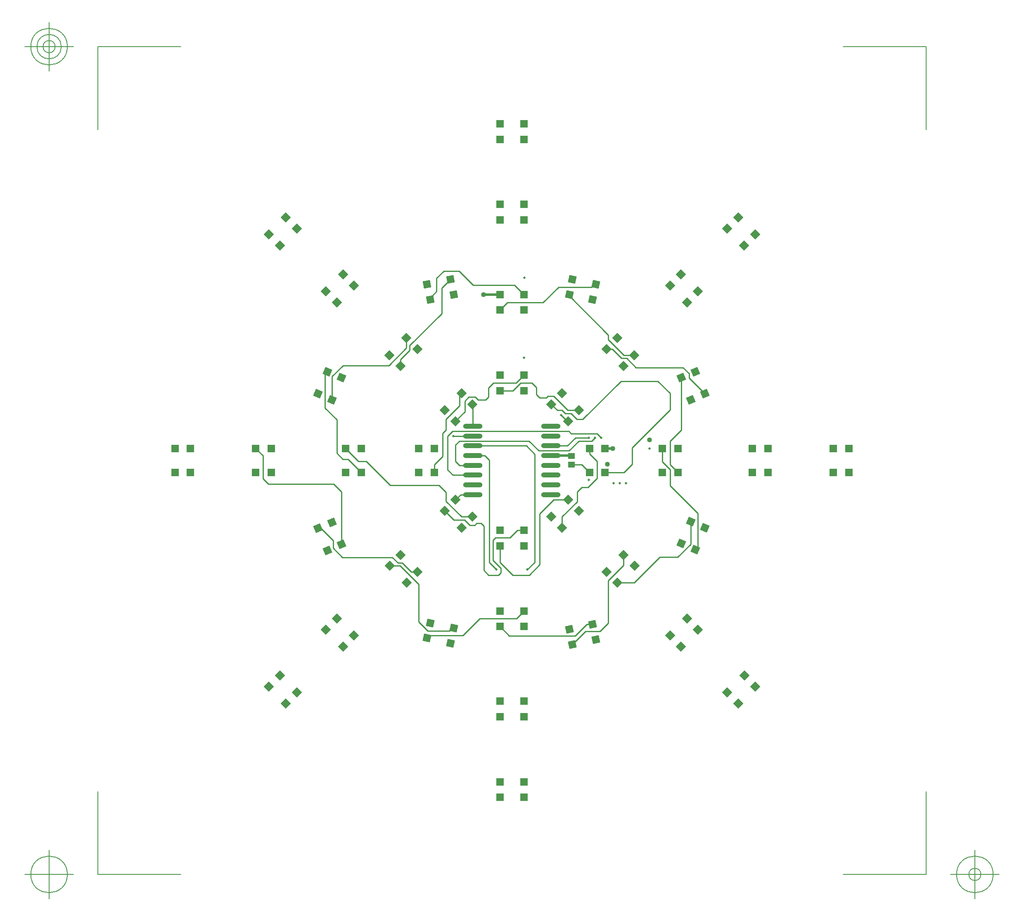
<source format=gbr>
G04 Generated by Ultiboard 14.1 *
%FSLAX24Y24*%
%MOIN*%

%ADD10C,0.0001*%
%ADD11C,0.0100*%
%ADD12C,0.0200*%
%ADD13C,0.0050*%
%ADD14R,0.0600X0.0600*%
%ADD15C,0.0200*%
%ADD16C,0.0400*%
%ADD17O,0.1575X0.0394*%
%ADD18P,0.0848X4X89*%
%ADD19R,0.0571X0.0453*%
%ADD20P,0.0848X4X33*%
%ADD21P,0.0848X4X57*%
%ADD22P,0.0848X4X68*%
%ADD23P,0.0848X4X22*%
%ADD24P,0.0848X4X56*%


G04 ColorRGB 1C1C1C for the following layer *
%LNCopper Top*%
%LPD*%
G54D10*
G54D11*
X27055Y32370D02*
X27055Y33005D01*
X27720Y33670D01*
X27720Y35520D01*
X28010Y35810D01*
X28010Y36660D01*
X28776Y36536D02*
X29520Y37280D01*
X29520Y38150D01*
X31440Y39200D02*
X31850Y39610D01*
X33680Y39610D01*
X34300Y40230D01*
X29520Y38150D02*
X29850Y38480D01*
X30360Y38480D01*
X30590Y38250D01*
X31210Y38250D01*
X31440Y38480D01*
X31440Y39200D01*
X29104Y37754D02*
X29104Y38608D01*
X29264Y38768D01*
X28010Y36660D02*
X29104Y37754D01*
X32360Y38980D02*
X33410Y38980D01*
X34040Y39610D01*
X37834Y37396D02*
X38748Y37396D01*
X36250Y38540D02*
X36690Y38540D01*
X37834Y37396D01*
X36100Y38390D02*
X36250Y38540D01*
X35290Y38670D02*
X35570Y38390D01*
X36100Y38390D01*
X34930Y39610D02*
X35290Y39250D01*
X35290Y38670D01*
X34040Y39610D02*
X34930Y39610D01*
X36492Y37884D02*
X36986Y37390D01*
X37370Y37390D01*
X37620Y37140D01*
X38090Y37140D01*
X38570Y36660D01*
X39040Y36660D01*
X43030Y33020D02*
X42380Y32370D01*
X40835Y32370D01*
X39040Y36660D02*
X42130Y39750D01*
X45110Y39750D01*
X46090Y38770D01*
X46090Y37430D02*
X43030Y34370D01*
X43030Y33020D01*
X46090Y38770D02*
X46090Y37430D01*
X39585Y34310D02*
X39585Y33875D01*
X40190Y33270D01*
X40190Y31890D01*
X39480Y31180D01*
X38960Y31180D01*
X38590Y30810D01*
X38590Y30000D01*
X37376Y28786D01*
X37376Y27902D01*
X37864Y30158D02*
X36688Y30158D01*
X35570Y29040D01*
X35570Y24920D01*
X30148Y28786D02*
X29254Y28786D01*
X21560Y33280D02*
X20940Y33280D01*
X19910Y34310D01*
X29254Y28786D02*
X28010Y30030D01*
X28010Y30760D01*
X23490Y31350D02*
X27420Y31350D01*
X23490Y31350D02*
X21560Y33280D01*
X27420Y31350D02*
X28010Y30760D01*
X32360Y25100D02*
X32360Y26440D01*
X34300Y27690D02*
X33770Y27690D01*
X33180Y27100D01*
X31990Y27100D01*
X31800Y26910D01*
X31800Y25270D01*
X32440Y24630D01*
X32440Y24270D01*
X32240Y24070D01*
X31450Y24070D01*
X31060Y24460D01*
X31060Y28050D01*
X30840Y28270D01*
X30480Y28270D01*
X29510Y28530D02*
X28636Y28530D01*
X27892Y29274D01*
X30320Y28110D02*
X29930Y28110D01*
X29510Y28530D01*
X30480Y28270D02*
X30320Y28110D01*
X34720Y24070D02*
X33390Y24070D01*
X35570Y24920D02*
X34720Y24070D01*
X33390Y24070D02*
X32360Y25100D01*
X38130Y32987D02*
X38968Y32987D01*
X39585Y32370D01*
X21160Y32370D02*
X20090Y33440D01*
X19680Y33440D01*
X19200Y33920D01*
X19200Y36620D01*
X18240Y37580D01*
X18240Y40333D01*
X18424Y40517D01*
X18816Y38243D02*
X18816Y40126D01*
X19700Y41010D01*
X23400Y41010D01*
X24814Y42424D01*
X24814Y43218D01*
X24326Y40962D02*
X24326Y41496D01*
X25080Y42250D01*
X25080Y42630D01*
X27660Y45210D01*
X27660Y47264D01*
X28369Y47973D01*
X26731Y46347D02*
X26731Y46481D01*
X27250Y47000D01*
X27250Y48070D01*
X27820Y48640D01*
X29060Y48640D01*
X30190Y47510D01*
X33540Y47510D01*
X34300Y46750D01*
X32360Y45500D02*
X32960Y46100D01*
X35850Y46100D01*
X37100Y47350D01*
X39740Y47350D02*
X39960Y47570D01*
X37100Y47350D02*
X39740Y47350D01*
X39960Y47570D02*
X40110Y47570D01*
X37952Y46750D02*
X37952Y46638D01*
X41110Y43480D01*
X41110Y43090D01*
X42354Y41846D01*
X43208Y41846D01*
X40952Y42334D02*
X41426Y42334D01*
X42170Y41590D01*
X42590Y41590D01*
X43330Y40850D01*
X47140Y40850D01*
X47620Y40370D01*
X47620Y40016D01*
X48904Y38731D01*
X46996Y35816D02*
X46090Y34910D01*
X46090Y33010D01*
X46730Y32370D01*
X45480Y34310D02*
X45480Y33230D01*
X46110Y32600D01*
X46110Y31290D01*
X48330Y29070D01*
X48330Y26315D01*
X48146Y26131D01*
X47754Y28405D02*
X47754Y26584D01*
X42334Y25708D02*
X42334Y24864D01*
X41110Y23640D01*
X41110Y20200D01*
X40430Y19520D01*
X39259Y19520D01*
X38211Y18472D01*
X39849Y20098D02*
X39358Y20098D01*
X34300Y21170D02*
X33700Y20570D01*
X30750Y20570D01*
X29370Y19190D01*
X26676Y19190D01*
X26471Y18985D01*
X28629Y19805D02*
X28495Y19805D01*
X28270Y19580D01*
X24306Y24824D02*
X23452Y24824D01*
X25708Y24336D02*
X25194Y24336D01*
X24470Y25060D01*
X24130Y25060D01*
X23680Y25510D01*
X19650Y25510D01*
X18900Y26260D01*
X18900Y26862D02*
X17906Y27857D01*
X18900Y26260D02*
X18900Y26862D01*
X17906Y27857D02*
X17666Y27857D01*
X19574Y26559D02*
X19574Y30806D01*
X18930Y31450D01*
X13670Y31450D01*
X13240Y31880D01*
X13240Y33720D01*
X12650Y34310D01*
X46996Y40029D02*
X46996Y35816D01*
X43192Y23452D02*
X41846Y23452D01*
X46700Y25530D02*
X45270Y25530D01*
X47754Y26584D02*
X46700Y25530D01*
X45270Y25530D02*
X43192Y23452D01*
X38430Y19170D02*
X33110Y19170D01*
X39358Y20098D02*
X38430Y19170D01*
X33110Y19170D02*
X32360Y19920D01*
X25800Y23330D02*
X24306Y24824D01*
X26520Y19580D02*
X25800Y20300D01*
X28270Y19580D02*
X26520Y19580D01*
X25800Y20300D02*
X25800Y23330D01*
X39770Y34900D02*
X40040Y35170D01*
X38720Y34900D02*
X39770Y34900D01*
X37940Y34120D02*
X38720Y34900D01*
X35500Y34120D02*
X37940Y34120D01*
X34710Y34910D02*
X35500Y34120D01*
X29090Y34910D02*
X34710Y34910D01*
X28780Y34600D02*
X29090Y34910D01*
X28780Y33280D02*
X28780Y34600D01*
X29114Y32946D02*
X28780Y33280D01*
X30180Y32946D02*
X29114Y32946D01*
X40200Y35510D02*
X40540Y35170D01*
X38110Y35510D02*
X40200Y35510D01*
X37920Y35700D02*
X38110Y35510D01*
X28540Y35700D02*
X37920Y35700D01*
X28140Y35300D02*
X28540Y35700D01*
X28140Y32570D02*
X28140Y35300D01*
X28551Y32159D02*
X28140Y32570D01*
X30180Y32159D02*
X28551Y32159D01*
X38460Y35170D02*
X39540Y35170D01*
X37811Y34521D02*
X38460Y35170D01*
X36480Y34521D02*
X37811Y34521D01*
X30180Y35309D02*
X28591Y35309D01*
X30180Y34521D02*
X34499Y34521D01*
X35170Y33850D01*
X35170Y25110D01*
X34580Y24520D01*
X30180Y33734D02*
X31136Y33734D01*
X31510Y33360D01*
X31510Y25110D01*
X32080Y24540D01*
X30180Y36096D02*
X30180Y37852D01*
X37788Y36512D02*
X37300Y37000D01*
X29202Y30584D02*
X28776Y30158D01*
X30180Y30584D02*
X29202Y30584D01*
G54D12*
X40835Y34310D02*
X41460Y34310D01*
X32360Y46750D02*
X31040Y46750D01*
X36480Y33734D02*
X38092Y33734D01*
G54D13*
X-100Y-100D02*
X-100Y6587D01*
X-100Y-100D02*
X6586Y-100D01*
X66764Y-100D02*
X60078Y-100D01*
X66764Y-100D02*
X66764Y6587D01*
X66764Y66767D02*
X66764Y60080D01*
X66764Y66767D02*
X60078Y66767D01*
X-100Y66767D02*
X6586Y66767D01*
X-100Y66767D02*
X-100Y60080D01*
X-2069Y-100D02*
X-6006Y-100D01*
X-4037Y-2069D02*
X-4037Y1869D01*
X-5513Y-100D02*
G75*
D01*
G02X-5513Y-100I1476J0*
G01*
X68733Y-100D02*
X72670Y-100D01*
X70701Y-2069D02*
X70701Y1869D01*
X69225Y-100D02*
G75*
D01*
G02X69225Y-100I1476J0*
G01*
X70209Y-100D02*
G75*
D01*
G02X70209Y-100I492J0*
G01*
X-2069Y66767D02*
X-6006Y66767D01*
X-4037Y64798D02*
X-4037Y68735D01*
X-5513Y66767D02*
G75*
D01*
G02X-5513Y66767I1476J0*
G01*
X-5021Y66767D02*
G75*
D01*
G02X-5021Y66767I984J0*
G01*
X-4529Y66767D02*
G75*
D01*
G02X-4529Y66767I492J0*
G01*
G54D14*
X32360Y40230D03*
X32360Y38980D03*
X34300Y38980D03*
X34300Y40230D03*
X32360Y46750D03*
X32360Y45500D03*
X34300Y45500D03*
X34300Y46750D03*
X32360Y54020D03*
X32360Y52770D03*
X34300Y52770D03*
X34300Y54020D03*
X32360Y60530D03*
X32360Y59280D03*
X34300Y59280D03*
X34300Y60530D03*
X39585Y32370D03*
X40835Y32370D03*
X39585Y34310D03*
X40835Y34310D03*
X45480Y32370D03*
X46730Y32370D03*
X45480Y34310D03*
X46730Y34310D03*
X32360Y6130D03*
X34300Y6130D03*
X32360Y7380D03*
X34300Y7380D03*
X32360Y12650D03*
X34300Y12650D03*
X32360Y13900D03*
X34300Y13900D03*
X32360Y19920D03*
X34300Y19920D03*
X32360Y21170D03*
X34300Y21170D03*
X32360Y26440D03*
X34300Y26440D03*
X32360Y27690D03*
X34300Y27690D03*
X6130Y32370D03*
X7380Y32370D03*
X6130Y34310D03*
X7380Y34310D03*
X12650Y32370D03*
X13900Y32370D03*
X12650Y34310D03*
X13900Y34310D03*
X19910Y32370D03*
X21160Y32370D03*
X19910Y34310D03*
X21160Y34310D03*
X25805Y32370D03*
X27055Y32370D03*
X25805Y34310D03*
X27055Y34310D03*
X52750Y32370D03*
X54000Y32370D03*
X52750Y34310D03*
X54000Y34310D03*
X59280Y32370D03*
X60530Y32370D03*
X59280Y34310D03*
X60530Y34310D03*
G54D15*
X27890Y37410D03*
X32350Y40230D03*
X46740Y34310D03*
X48900Y27920D03*
X43210Y24820D03*
X48340Y19680D03*
X52970Y15080D03*
X15060Y13700D03*
X18420Y26080D03*
X17660Y38730D03*
X26470Y47580D03*
X41840Y43230D03*
X38212Y47973D03*
X60530Y34310D03*
X19900Y32370D03*
X28350Y18590D03*
X38740Y29270D03*
X29270Y27900D03*
X32360Y60530D03*
X32360Y54020D03*
X39580Y32370D03*
X51586Y52968D03*
X32350Y59280D03*
X52960Y51590D03*
X14580Y50700D03*
X34300Y60530D03*
X50670Y52090D03*
X60520Y32370D03*
X59270Y34320D03*
X51590Y13700D03*
X52090Y15960D03*
X32340Y6120D03*
X40040Y35170D03*
X52750Y34310D03*
X46980Y18310D03*
X40540Y35170D03*
X39540Y35170D03*
X25805Y32370D03*
X37376Y38768D03*
X34300Y26440D03*
X23442Y41846D03*
X48146Y40517D03*
X40109Y18875D03*
X34300Y19920D03*
X24824Y23452D03*
X12650Y32370D03*
X18312Y46986D03*
X46976Y48358D03*
X54000Y34310D03*
X34300Y12650D03*
X19684Y18312D03*
X6130Y32370D03*
X13702Y51596D03*
X34300Y6130D03*
X47450Y20590D03*
X32360Y12650D03*
X7390Y32360D03*
X15070Y52970D03*
X34290Y7380D03*
X13690Y15080D03*
X20560Y19210D03*
X6110Y34330D03*
X34290Y13910D03*
X18290Y19690D03*
X28590Y35310D03*
X34580Y24520D03*
X32080Y24520D03*
X25800Y34310D03*
X13910Y32370D03*
X19690Y48360D03*
X19190Y46100D03*
X34320Y54020D03*
X32340Y52770D03*
X48350Y46990D03*
X46080Y47480D03*
X54000Y32360D03*
X36120Y31360D03*
X36420Y31370D03*
X37050Y31370D03*
X36730Y31370D03*
X27050Y34310D03*
X30140Y37880D03*
X34290Y38980D03*
X37300Y37000D03*
X36490Y28790D03*
X32350Y27690D03*
X28770Y30150D03*
X21160Y34300D03*
X19560Y40030D03*
X25700Y42330D03*
X28610Y46740D03*
X34290Y45490D03*
X39850Y46340D03*
X42320Y40950D03*
X47750Y38240D03*
X45470Y32370D03*
X46980Y26630D03*
X40950Y24350D03*
X37940Y19690D03*
X32360Y21170D03*
X26720Y20210D03*
X24340Y25700D03*
X18810Y28320D03*
X13900Y34310D03*
X20560Y47470D03*
X34300Y52780D03*
X47460Y46100D03*
X52750Y32370D03*
X46080Y19200D03*
X32360Y13900D03*
X19200Y20570D03*
X7380Y34310D03*
X15960Y52080D03*
X34300Y59280D03*
X52070Y50700D03*
X59280Y32380D03*
X50700Y14570D03*
X32360Y7380D03*
X14580Y15960D03*
X34310Y41645D03*
X34320Y48096D03*
X39540Y31760D03*
X44440Y34297D03*
X42540Y31510D03*
X42040Y31500D03*
X41540Y31500D03*
G54D16*
X41460Y34310D03*
X31050Y46750D03*
X38130Y33700D03*
X41040Y33030D03*
X44430Y35010D03*
G54D17*
X30180Y36096D03*
X30180Y35309D03*
X30180Y34521D03*
X30180Y33734D03*
X30180Y32946D03*
X30180Y32159D03*
X30180Y31371D03*
X30180Y30584D03*
X36480Y36096D03*
X36480Y35309D03*
X36480Y34521D03*
X36480Y33734D03*
X36480Y32946D03*
X36480Y32159D03*
X36480Y31371D03*
X36480Y30584D03*
G54D18*
X29264Y27902D03*
X30148Y28786D03*
X27892Y29274D03*
X28776Y30158D03*
X37376Y27902D03*
X36492Y28786D03*
X38748Y29274D03*
X37864Y30158D03*
X28776Y36512D03*
X27892Y37396D03*
X30148Y37884D03*
X29264Y38768D03*
X37864Y36512D03*
X38748Y37396D03*
X36492Y37884D03*
X37376Y38768D03*
X15074Y13702D03*
X15958Y14586D03*
X13702Y15074D03*
X14586Y15958D03*
X51596Y13702D03*
X50712Y14586D03*
X52968Y15074D03*
X52084Y15958D03*
X19684Y18312D03*
X20568Y19196D03*
X18312Y19684D03*
X19196Y20568D03*
X46976Y18312D03*
X46092Y19196D03*
X48348Y19684D03*
X47464Y20568D03*
X24824Y23452D03*
X23452Y24824D03*
X25708Y24336D03*
X24336Y25708D03*
X41846Y23452D03*
X40962Y24336D03*
X43218Y24824D03*
X42334Y25708D03*
X24326Y40962D03*
X23442Y41846D03*
X25698Y42334D03*
X24814Y43218D03*
X42324Y40962D03*
X43208Y41846D03*
X40952Y42334D03*
X41836Y43218D03*
X19196Y46102D03*
X18312Y46986D03*
X20568Y47474D03*
X19684Y48358D03*
X47464Y46102D03*
X48348Y46986D03*
X46092Y47474D03*
X46976Y48358D03*
X14586Y50712D03*
X13702Y51596D03*
X15958Y52084D03*
X15074Y52968D03*
X52074Y50712D03*
X52958Y51596D03*
X50702Y52084D03*
X51586Y52968D03*
G54D19*
X38130Y32987D03*
X38130Y33696D03*
G54D20*
X28369Y18582D03*
X26471Y18985D03*
X28629Y19805D03*
X26731Y20208D03*
X37952Y46750D03*
X39850Y46347D03*
X40110Y47570D03*
X38212Y47973D03*
G54D21*
X38211Y18472D03*
X40109Y18875D03*
X37951Y19695D03*
X39849Y20098D03*
G54D22*
X18424Y26071D03*
X19574Y26559D03*
X17666Y27857D03*
X18816Y28345D03*
X47754Y38243D03*
X48904Y38731D03*
X46996Y40029D03*
X48146Y40517D03*
G54D23*
X48146Y26131D03*
X46996Y26619D03*
X48904Y27917D03*
X47754Y28405D03*
X18816Y38243D03*
X17666Y38731D03*
X18424Y40517D03*
X19574Y40029D03*
G54D24*
X26731Y46347D03*
X28629Y46750D03*
X26471Y47570D03*
X28369Y47973D03*

M02*

</source>
